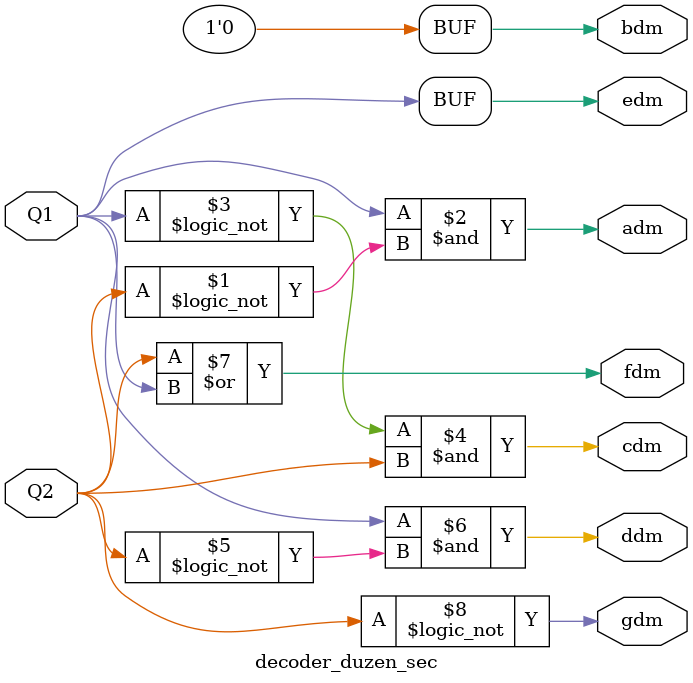
<source format=v>
module decoder_duzen_sec(Q1, Q2, adm, bdm, cdm, ddm, edm, fdm, gdm);

	input Q1, Q2;
	output adm, bdm, cdm, ddm, edm, fdm, gdm;
	
	//LED A
	and(adm, Q1, !Q2);
	
	//LED B
	and(bdm, 0);
	
	//LED C
	and(cdm, !Q1, Q2);
	
	//LED D
	and(ddm, Q1, !Q2);
	
	//LED E
	and(edm, Q1);
	
	//LED F
	or(fdm, Q2, Q1);
	
	// LED G
	and(gdm, !Q2);

endmodule



</source>
